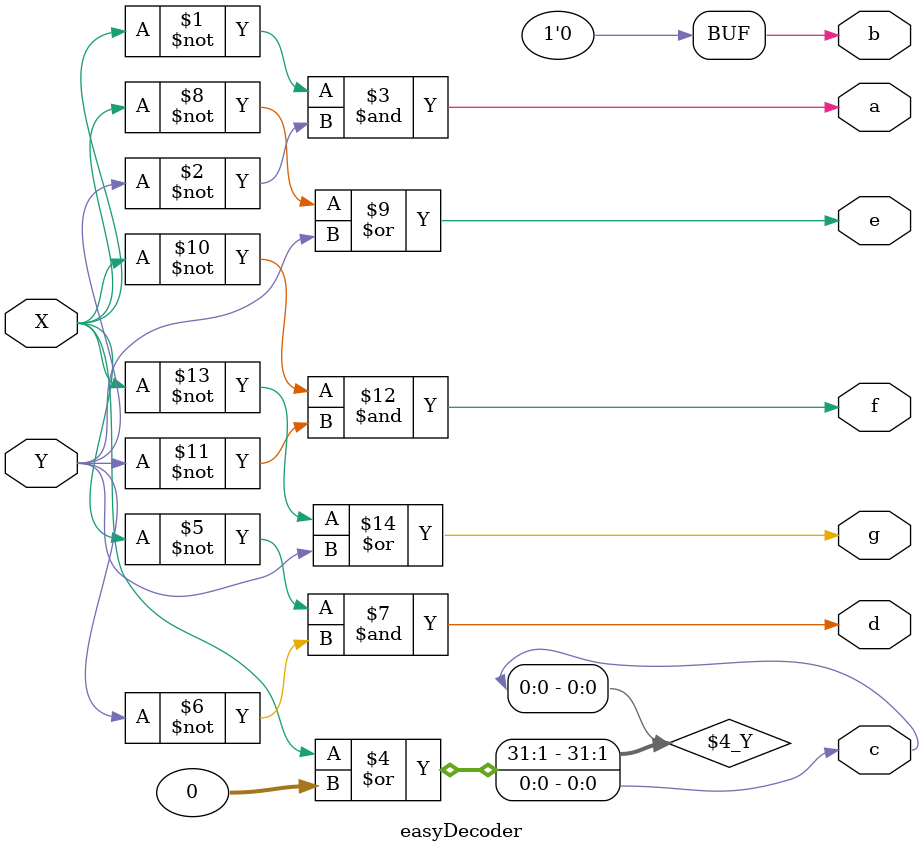
<source format=v>
module easyDecoder(a, b, c, d, e, f, g, X, Y);

	input X, Y;
	output a, b, c, d, e, f, g;

	and(a, ~X, ~Y);

	or(b, 0, 0);

	or(c, X, 0);

	and(d, ~X, ~Y);

	or(e, ~X, Y);

	and(f, ~X, ~Y);

	or(g, ~X, Y);

endmodule
</source>
